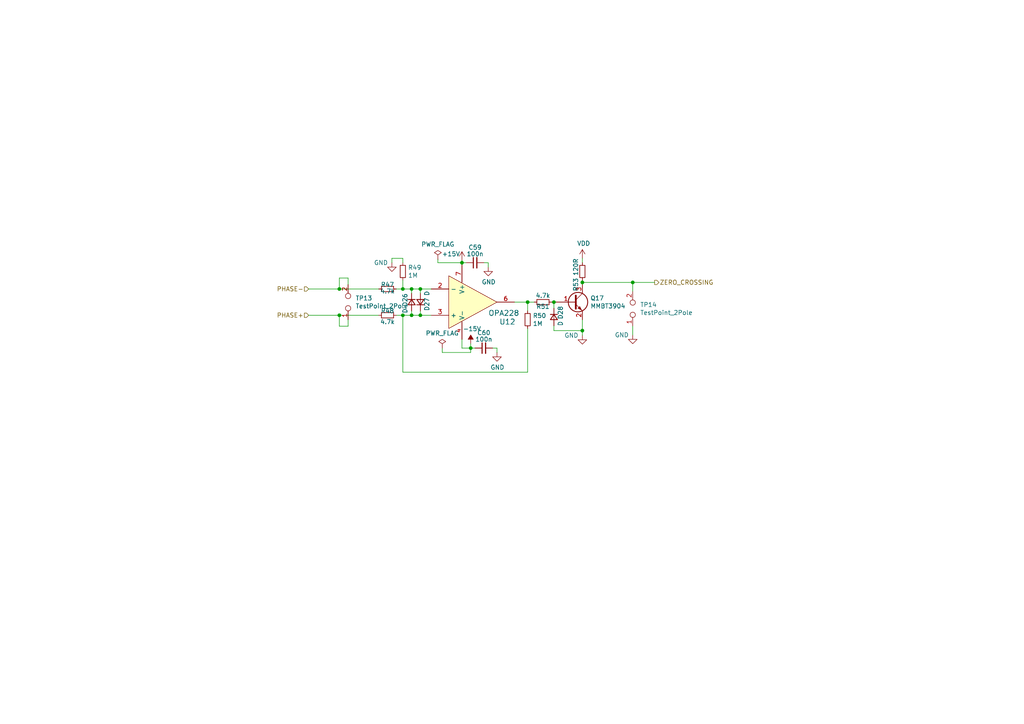
<source format=kicad_sch>
(kicad_sch (version 20200618) (host eeschema "5.99.0-unknown-f3f1740~101~ubuntu18.04.1")
  (page 1 8)
  (paper "A4")
  (lib_symbols
    (symbol "Connector:TestPoint_2Pole" (pin_names (offset 0.762) hide)
      (property "Reference" "TP" (at 0 1.524 0))
      (property "Value" "TestPoint_2Pole" (at 0 -1.778 0))
      (symbol "TestPoint_2Pole_0_1"
        (circle (center -1.778 0) (radius 0.762))
        (circle (center 1.778 0) (radius 0.762))
        (pin passive line (at -5.08 0 0) (length 2.54) (name "1") (number "1"))
        (pin passive line (at 5.08 0 180) (length 2.54) (name "2") (number "2"))
      )
    )
    (symbol "Connector:TestPoint_2Pole_1" (pin_names (offset 0.762) hide)
      (property "Reference" "TP" (at 0 1.524 0))
      (property "Value" "TestPoint_2Pole" (at 0 -1.778 0))
      (symbol "TestPoint_2Pole_1_0_1"
        (circle (center -1.778 0) (radius 0.762))
        (circle (center 1.778 0) (radius 0.762))
        (pin passive line (at -5.08 0 0) (length 2.54) (name "1") (number "1"))
        (pin passive line (at 5.08 0 180) (length 2.54) (name "2") (number "2"))
      )
    )
    (symbol "Device:C_Small" (pin_numbers hide) (pin_names (offset 0.254) hide)
      (property "Reference" "C" (at 0.254 1.778 0))
      (property "Value" "C_Small" (at 0.254 -2.032 0))
      (symbol "C_Small_0_1"
        (polyline (pts (xy -1.524 -0.508) (xy 1.524 -0.508)) (stroke (width 0.3302)))
        (polyline (pts (xy -1.524 0.508) (xy 1.524 0.508)) (stroke (width 0.3048)))
      )
      (symbol "C_Small_1_1"
        (pin passive line (at 0 2.54 270) (length 2.032) (name "~") (number "1"))
        (pin passive line (at 0 -2.54 90) (length 2.032) (name "~") (number "2"))
      )
    )
    (symbol "Device:D_Small" (pin_numbers hide) (pin_names (offset 0.254) hide)
      (property "Reference" "D" (at -1.27 2.032 0))
      (property "Value" "D_Small" (at -3.81 -2.032 0))
      (symbol "D_Small_0_1"
        (polyline (pts (xy -0.762 -1.016) (xy -0.762 1.016)) (stroke (width 0.254)))
        (polyline (pts (xy -0.762 0) (xy 0.762 0)))
        (polyline (pts (xy 0.762 -1.016) (xy -0.762 0) (xy 0.762 1.016) (xy 0.762 -1.016)) (stroke (width 0.254)))
      )
      (symbol "D_Small_1_1"
        (pin passive line (at -2.54 0 0) (length 1.778) (name "K") (number "1"))
        (pin passive line (at 2.54 0 180) (length 1.778) (name "A") (number "2"))
      )
    )
    (symbol "Device:D_Small_1" (pin_numbers hide) (pin_names (offset 0.254) hide)
      (property "Reference" "D" (at -1.27 2.032 0))
      (property "Value" "D_Small" (at -3.81 -2.032 0))
      (symbol "D_Small_1_0_1"
        (polyline (pts (xy -0.762 -1.016) (xy -0.762 1.016)) (stroke (width 0.254)))
        (polyline (pts (xy -0.762 0) (xy 0.762 0)))
        (polyline (pts (xy 0.762 -1.016) (xy -0.762 0) (xy 0.762 1.016) (xy 0.762 -1.016)) (stroke (width 0.254)))
      )
      (symbol "D_Small_1_1_1"
        (pin passive line (at -2.54 0 0) (length 1.778) (name "K") (number "1"))
        (pin passive line (at 2.54 0 180) (length 1.778) (name "A") (number "2"))
      )
    )
    (symbol "Device:D_Small_3" (pin_numbers hide) (pin_names (offset 0.254) hide)
      (property "Reference" "D" (at -1.27 2.032 0))
      (property "Value" "D_Small" (at -3.81 -2.032 0))
      (symbol "D_Small_3_0_1"
        (polyline (pts (xy -0.762 -1.016) (xy -0.762 1.016)) (stroke (width 0.254)))
        (polyline (pts (xy -0.762 0) (xy 0.762 0)))
        (polyline (pts (xy 0.762 -1.016) (xy -0.762 0) (xy 0.762 1.016) (xy 0.762 -1.016)) (stroke (width 0.254)))
      )
      (symbol "D_Small_3_1_1"
        (pin passive line (at -2.54 0 0) (length 1.778) (name "K") (number "1"))
        (pin passive line (at 2.54 0 180) (length 1.778) (name "A") (number "2"))
      )
    )
    (symbol "Device:R_Small" (pin_numbers hide) (pin_names (offset 0.254) hide)
      (property "Reference" "R" (at 0.762 0.508 0))
      (property "Value" "R_Small" (at 0.762 -1.016 0))
      (symbol "R_Small_0_1"
        (rectangle (start -0.762 1.778) (end 0.762 -1.778) (stroke (width 0.2032)))
      )
      (symbol "R_Small_1_1"
        (pin passive line (at 0 2.54 270) (length 0.762) (name "~") (number "1"))
        (pin passive line (at 0 -2.54 90) (length 0.762) (name "~") (number "2"))
      )
    )
    (symbol "Device:R_Small_1" (pin_numbers hide) (pin_names (offset 0.254) hide)
      (property "Reference" "R" (at 0.762 0.508 0))
      (property "Value" "R_Small" (at 0.762 -1.016 0))
      (symbol "R_Small_1_0_1"
        (rectangle (start -0.762 1.778) (end 0.762 -1.778) (stroke (width 0.2032)))
      )
      (symbol "R_Small_1_1_1"
        (pin passive line (at 0 2.54 270) (length 0.762) (name "~") (number "1"))
        (pin passive line (at 0 -2.54 90) (length 0.762) (name "~") (number "2"))
      )
    )
    (symbol "Device:R_Small_2" (pin_numbers hide) (pin_names (offset 0.254) hide)
      (property "Reference" "R" (at 0.762 0.508 0))
      (property "Value" "R_Small" (at 0.762 -1.016 0))
      (symbol "R_Small_2_0_1"
        (rectangle (start -0.762 1.778) (end 0.762 -1.778) (stroke (width 0.2032)))
      )
      (symbol "R_Small_2_1_1"
        (pin passive line (at 0 2.54 270) (length 0.762) (name "~") (number "1"))
        (pin passive line (at 0 -2.54 90) (length 0.762) (name "~") (number "2"))
      )
    )
    (symbol "Device:R_Small_3" (pin_numbers hide) (pin_names (offset 0.254) hide)
      (property "Reference" "R" (at 0.762 0.508 0))
      (property "Value" "R_Small" (at 0.762 -1.016 0))
      (symbol "R_Small_3_0_1"
        (rectangle (start -0.762 1.778) (end 0.762 -1.778) (stroke (width 0.2032)))
      )
      (symbol "R_Small_3_1_1"
        (pin passive line (at 0 2.54 270) (length 0.762) (name "~") (number "1"))
        (pin passive line (at 0 -2.54 90) (length 0.762) (name "~") (number "2"))
      )
    )
    (symbol "Transistor_BJT:MMBT3904" (pin_names (offset 0) hide)
      (property "Reference" "Q" (at 5.08 1.905 0))
      (property "Value" "MMBT3904" (at 5.08 0 0))
      (symbol "MMBT3904_0_1"
        (circle (center 1.27 0) (radius 2.8194) (stroke (width 0.254)))
        (polyline (pts (xy 0.635 0.635) (xy 2.54 2.54)))
        (polyline (pts (xy 0.635 -0.635) (xy 2.54 -2.54) (xy 2.54 -2.54)))
        (polyline (pts (xy 0.635 1.905) (xy 0.635 -1.905) (xy 0.635 -1.905)) (stroke (width 0.508)))
        (polyline (pts (xy 1.27 -1.778) (xy 1.778 -1.27) (xy 2.286 -2.286) (xy 1.27 -1.778) (xy 1.27 -1.778)) (fill (type outline)))
      )
      (symbol "MMBT3904_1_1"
        (pin input line (at -5.08 0 0) (length 5.715) (name "B") (number "1"))
        (pin passive line (at 2.54 -5.08 90) (length 2.54) (name "E") (number "2"))
        (pin passive line (at 2.54 5.08 270) (length 2.54) (name "C") (number "3"))
      )
    )
    (symbol "oe_opamp:OPA228"
      (property "Reference" "U" (at 7.62 4.445 0))
      (property "Value" "OPA228" (at 7.62 6.985 0))
      (symbol "OPA228_0_1"
        (polyline (pts (xy -5.715 7.62) (xy -5.715 -7.62) (xy 8.255 0) (xy -5.715 7.62)) (fill (type background)))
      )
      (symbol "OPA228_1_1"
        (pin input line (at -10.795 3.81 0) (length 5.08) (name "-") (number "2"))
        (pin input line (at -10.795 -3.81 0) (length 5.08) (name "+") (number "3"))
        (pin power_in line (at -1.905 -10.795 90) (length 5.08) (name "V-") (number "4"))
        (pin output line (at 13.335 0 180) (length 5.08) (name "~") (number "6"))
        (pin power_in line (at -1.905 10.795 270) (length 5.08) (name "V+") (number "7"))
      )
    )
    (symbol "power:+15V" (power) (pin_names (offset 0))
      (property "Value" "+15V" (at 0 3.556 0))
      (symbol "+15V_0_1"
        (polyline (pts (xy -0.762 1.27) (xy 0 2.54)))
        (polyline (pts (xy 0 0) (xy 0 2.54)))
        (polyline (pts (xy 0 2.54) (xy 0.762 1.27)))
      )
      (symbol "+15V_1_1"
        (pin power_in line (at 0 0 90) (length 0) hide (name "+15V") (number "1"))
      )
    )
    (symbol "power:-15V" (power) (pin_names (offset 0))
      (property "Value" "-15V" (at 0 3.81 0))
      (symbol "-15V_0_1"
        (polyline (pts (xy 0 0) (xy 0 1.27) (xy 0.762 1.27) (xy 0 2.54) (xy -0.762 1.27) (xy 0 1.27)) (fill (type outline)))
      )
      (symbol "-15V_0_0"
        (pin power_in line (at 0 0 90) (length 0) hide (name "-15V") (number "1"))
      )
    )
    (symbol "power:GND" (power) (pin_names (offset 0))
      (property "Value" "GND" (at 0 -3.81 0))
      (symbol "GND_0_1"
        (polyline (pts (xy 0 0) (xy 0 -1.27) (xy 1.27 -1.27) (xy 0 -2.54) (xy -1.27 -1.27) (xy 0 -1.27)))
      )
      (symbol "GND_1_1"
        (pin power_in line (at 0 0 270) (length 0) hide (name "GND") (number "1"))
      )
    )
    (symbol "power:PWR_FLAG" (power) (pin_numbers hide) (pin_names (offset 0) hide)
      (property "Value" "PWR_FLAG" (at 0 3.81 0))
      (symbol "PWR_FLAG_0_1"
        (polyline (pts (xy 0 0) (xy 0 1.27) (xy -1.016 1.905) (xy 0 2.54) (xy 1.016 1.905) (xy 0 1.27)))
      )
      (symbol "PWR_FLAG_0_0"
        (pin power_out line (at 0 0 90) (length 0) (name "pwr") (number "1"))
      )
    )
    (symbol "power:VDD" (power) (pin_names (offset 0))
      (property "Value" "VDD" (at 0 3.81 0))
      (symbol "VDD_0_1"
        (polyline (pts (xy -0.762 1.27) (xy 0 2.54)))
        (polyline (pts (xy 0 0) (xy 0 2.54)))
        (polyline (pts (xy 0 2.54) (xy 0.762 1.27)))
      )
      (symbol "VDD_1_1"
        (pin power_in line (at 0 0 90) (length 0) hide (name "VDD") (number "1"))
      )
    )
  )
  (junction (at 98.425 83.82))
  (junction (at 98.425 91.44))
  (junction (at 116.84 83.82))
  (junction (at 116.84 91.44))
  (junction (at 119.38 83.82))
  (junction (at 119.38 91.44))
  (junction (at 121.92 83.82))
  (junction (at 121.92 91.44))
  (junction (at 133.985 76.2))
  (junction (at 136.525 100.965))
  (junction (at 153.035 87.63))
  (junction (at 160.655 87.63))
  (junction (at 168.91 81.915))
  (junction (at 168.91 95.885))
  (junction (at 183.515 81.915))
  (wire (pts (xy 89.535 83.82) (xy 98.425 83.82)))
  (wire (pts (xy 89.535 91.44) (xy 98.425 91.44)))
  (wire (pts (xy 98.425 80.645) (xy 98.425 83.82)))
  (wire (pts (xy 98.425 83.82) (xy 109.855 83.82)))
  (wire (pts (xy 98.425 91.44) (xy 109.855 91.44)))
  (wire (pts (xy 98.425 94.615) (xy 98.425 91.44)))
  (wire (pts (xy 100.965 80.645) (xy 98.425 80.645)))
  (wire (pts (xy 100.965 82.55) (xy 100.965 80.645)))
  (wire (pts (xy 100.965 92.71) (xy 100.965 94.615)))
  (wire (pts (xy 100.965 94.615) (xy 98.425 94.615)))
  (wire (pts (xy 113.665 74.93) (xy 116.84 74.93)))
  (wire (pts (xy 113.665 76.2) (xy 113.665 74.93)))
  (wire (pts (xy 114.935 83.82) (xy 116.84 83.82)))
  (wire (pts (xy 114.935 91.44) (xy 116.84 91.44)))
  (wire (pts (xy 116.84 74.93) (xy 116.84 76.2)))
  (wire (pts (xy 116.84 81.28) (xy 116.84 83.82)))
  (wire (pts (xy 116.84 83.82) (xy 119.38 83.82)))
  (wire (pts (xy 116.84 91.44) (xy 116.84 107.95)))
  (wire (pts (xy 116.84 91.44) (xy 119.38 91.44)))
  (wire (pts (xy 116.84 107.95) (xy 153.035 107.95)))
  (wire (pts (xy 119.38 83.82) (xy 119.38 85.09)))
  (wire (pts (xy 119.38 83.82) (xy 121.92 83.82)))
  (wire (pts (xy 119.38 90.17) (xy 119.38 91.44)))
  (wire (pts (xy 119.38 91.44) (xy 121.92 91.44)))
  (wire (pts (xy 121.92 83.82) (xy 121.92 85.09)))
  (wire (pts (xy 121.92 83.82) (xy 125.095 83.82)))
  (wire (pts (xy 121.92 90.17) (xy 121.92 91.44)))
  (wire (pts (xy 121.92 91.44) (xy 125.095 91.44)))
  (wire (pts (xy 127 75.184) (xy 127 76.2)))
  (wire (pts (xy 127 76.2) (xy 133.985 76.2)))
  (wire (pts (xy 128.27 100.965) (xy 128.27 102.235)))
  (wire (pts (xy 128.27 102.235) (xy 136.525 102.235)))
  (wire (pts (xy 133.985 75.565) (xy 133.985 76.2)))
  (wire (pts (xy 133.985 76.2) (xy 133.985 76.835)))
  (wire (pts (xy 133.985 76.2) (xy 135.255 76.2)))
  (wire (pts (xy 133.985 98.425) (xy 133.985 100.965)))
  (wire (pts (xy 133.985 100.965) (xy 136.525 100.965)))
  (wire (pts (xy 136.525 100.965) (xy 136.525 99.695)))
  (wire (pts (xy 136.525 100.965) (xy 137.795 100.965)))
  (wire (pts (xy 136.525 102.235) (xy 136.525 100.965)))
  (wire (pts (xy 140.335 76.2) (xy 141.605 76.2)))
  (wire (pts (xy 141.605 76.2) (xy 141.605 77.47)))
  (wire (pts (xy 142.875 100.965) (xy 144.145 100.965)))
  (wire (pts (xy 144.145 100.965) (xy 144.145 102.235)))
  (wire (pts (xy 149.225 87.63) (xy 153.035 87.63)))
  (wire (pts (xy 153.035 87.63) (xy 154.94 87.63)))
  (wire (pts (xy 153.035 90.17) (xy 153.035 87.63)))
  (wire (pts (xy 153.035 107.95) (xy 153.035 95.25)))
  (wire (pts (xy 160.02 87.63) (xy 160.655 87.63)))
  (wire (pts (xy 160.655 87.63) (xy 160.655 89.408)))
  (wire (pts (xy 160.655 87.63) (xy 161.29 87.63)))
  (wire (pts (xy 160.655 94.488) (xy 160.655 95.885)))
  (wire (pts (xy 160.655 95.885) (xy 168.91 95.885)))
  (wire (pts (xy 168.91 74.93) (xy 168.91 76.2)))
  (wire (pts (xy 168.91 81.28) (xy 168.91 81.915)))
  (wire (pts (xy 168.91 81.915) (xy 168.91 82.55)))
  (wire (pts (xy 168.91 81.915) (xy 183.515 81.915)))
  (wire (pts (xy 168.91 92.71) (xy 168.91 95.885)))
  (wire (pts (xy 168.91 95.885) (xy 168.91 97.282)))
  (wire (pts (xy 183.515 81.915) (xy 183.515 84.455)))
  (wire (pts (xy 183.515 81.915) (xy 189.865 81.915)))
  (wire (pts (xy 183.515 94.615) (xy 183.515 97.155)))
  (hierarchical_label "PHASE-" (shape input) (at 89.535 83.82 180))
  (hierarchical_label "PHASE+" (shape input) (at 89.535 91.44 180))
  (hierarchical_label "ZERO_CROSSING" (shape output) (at 189.865 81.915 0))
  (symbol (lib_id "power:PWR_FLAG") (at 127 75.184 0) (unit 1)
    (property "Reference" "#FLG0123" (effects hide))
    (property "Value" "PWR_FLAG" (at 127 70.8596 0))
  )
  (symbol (lib_id "power:PWR_FLAG") (at 128.27 100.965 0) (unit 1)
    (property "Reference" "#FLG0122" (effects hide))
    (property "Value" "PWR_FLAG" (at 128.27 96.647 0))
  )
  (symbol (lib_id "power:+15V") (at 133.985 75.565 0) (unit 1)
    (property "Reference" "#PWR059" (effects hide))
    (property "Value" "+15V" (at 130.81 73.66 0))
  )
  (symbol (lib_id "power:-15V") (at 136.525 99.695 0) (unit 1)
    (property "Reference" "#PWR060" (effects hide))
    (property "Value" "-15V" (at 136.906 95.377 0))
  )
  (symbol (lib_id "power:VDD") (at 168.91 74.93 0) (unit 1)
    (property "Reference" "#PWR075" (effects hide))
    (property "Value" "VDD" (at 169.2783 70.6056 0))
  )
  (symbol (lib_id "power:GND") (at 113.665 76.2 0) (unit 1)
    (property "Reference" "#PWR058" (effects hide))
    (property "Value" "GND" (at 110.49 76.2 0))
  )
  (symbol (lib_id "power:GND") (at 141.605 77.47 0) (unit 1)
    (property "Reference" "#PWR061" (effects hide))
    (property "Value" "GND" (at 141.732 81.788 0))
  )
  (symbol (lib_id "power:GND") (at 144.145 102.235 0) (unit 1)
    (property "Reference" "#PWR062" (effects hide))
    (property "Value" "GND" (at 144.272 106.553 0))
  )
  (symbol (lib_id "power:GND") (at 168.91 97.282 0) (unit 1)
    (property "Reference" "#PWR065" (effects hide))
    (property "Value" "GND" (at 165.735 97.282 0))
  )
  (symbol (lib_id "power:GND") (at 183.515 97.155 0) (unit 1)
    (property "Reference" "#PWR0133" (effects hide))
    (property "Value" "GND" (at 180.34 97.155 0))
  )
  (symbol (lib_id "Device:R_Small") (at 112.395 83.82 90) (unit 1)
    (property "Reference" "R47" (at 112.395 82.55 90))
    (property "Value" "4.7k" (at 112.395 84.455 90))
    (property "Footprint" "Resistor_SMD:R_0805_2012Metric" (effects hide))
    (property "Link" "https://ozdisan.com/passive-components/resistors/smt-smd-and-chip-resistors/0805S8F4701T5E" (effects hide))
    (property "Price" "0.01955TL" (effects hide))
  )
  (symbol (lib_id "Device:R_Small") (at 112.395 91.44 90) (unit 1)
    (property "Reference" "R48" (at 112.395 90.17 90))
    (property "Value" "4.7k" (at 112.395 93.345 90))
    (property "Footprint" "Resistor_SMD:R_0805_2012Metric" (effects hide))
    (property "Link" "https://ozdisan.com/passive-components/resistors/smt-smd-and-chip-resistors/0805S8F4701T5E" (effects hide))
    (property "Price" "0.01955TL" (effects hide))
  )
  (symbol (lib_name "Device:R_Small_2") (lib_id "Device:R_Small") (at 116.84 78.74 180) (unit 1)
    (property "Reference" "R49" (at 118.3386 77.597 0) (effects (justify right)))
    (property "Value" "1M" (at 118.3386 79.883 0) (effects (justify right)))
    (property "Footprint" "Resistor_SMD:R_0805_2012Metric" (effects hide))
    (property "Link" "https://ozdisan.com/passive-components/resistors/smt-smd-and-chip-resistors/0805S8F1004T5E" (effects hide))
  )
  (symbol (lib_name "Device:R_Small_3") (lib_id "Device:R_Small") (at 153.035 92.71 180) (unit 1)
    (property "Reference" "R50" (at 154.5336 91.567 0) (effects (justify right)))
    (property "Value" "1M" (at 154.5336 93.853 0) (effects (justify right)))
    (property "Footprint" "Resistor_SMD:R_0805_2012Metric" (effects hide))
    (property "Link" "https://ozdisan.com/passive-components/resistors/smt-smd-and-chip-resistors/0805S8F1004T5E" (effects hide))
  )
  (symbol (lib_id "Device:R_Small") (at 157.48 87.63 270) (unit 1)
    (property "Reference" "R51" (at 157.48 88.9 90))
    (property "Value" "4.7k" (at 157.48 85.725 90))
    (property "Footprint" "Resistor_SMD:R_0805_2012Metric" (effects hide))
    (property "Link" "https://ozdisan.com/passive-components/resistors/smt-smd-and-chip-resistors/0805S8F4701T5E" (effects hide))
    (property "Price" "0.01955TL" (effects hide))
  )
  (symbol (lib_name "Device:R_Small_1") (lib_id "Device:R_Small") (at 168.91 78.74 0) (mirror x) (unit 1)
    (property "Reference" "R53" (at 167.005 82.55 90))
    (property "Value" "120R" (at 167.005 77.47 90))
    (property "Footprint" "Resistor_SMD:R_0805_2012Metric" (effects hide))
    (property "Link" "https://ozdisan.com/passive-components/resistors/smt-smd-and-chip-resistors/0805S8J0121T5E" (effects hide))
    (property "Price" "0.01492TL" (effects hide))
  )
  (symbol (lib_id "Device:D_Small") (at 119.38 87.63 90) (mirror x) (unit 1)
    (property "Reference" "D26" (at 117.475 86.995 0))
    (property "Value" "D" (at 117.475 90.17 0))
    (property "Footprint" "Diode_SMD:D_MiniMELF" (effects hide))
    (property "Link" "https://ozdisan.com/power-semiconductors/diodes-diode-modules-and-rectifiers/general-purpose-diodes/LL4148-HT" (effects hide))
    (property "Price" "0.06634TL" (effects hide))
  )
  (symbol (lib_name "Device:D_Small_3") (lib_id "Device:D_Small") (at 121.92 87.63 270) (mirror x) (unit 1)
    (property "Reference" "D27" (at 123.825 88.265 0))
    (property "Value" "D" (at 123.825 85.09 0))
    (property "Footprint" "Diode_SMD:D_MiniMELF" (effects hide))
    (property "Link" "https://ozdisan.com/power-semiconductors/diodes-diode-modules-and-rectifiers/general-purpose-diodes/LL4148-HT" (effects hide))
    (property "Price" "0.06634TL" (effects hide))
  )
  (symbol (lib_name "Device:D_Small_1") (lib_id "Device:D_Small") (at 160.655 91.948 90) (mirror x) (unit 1)
    (property "Reference" "D28" (at 162.56 90.678 0))
    (property "Value" "D" (at 162.56 93.853 0))
    (property "Footprint" "Diode_SMD:D_MiniMELF" (effects hide))
    (property "Link" "https://ozdisan.com/power-semiconductors/diodes-diode-modules-and-rectifiers/general-purpose-diodes/LL4148-HT" (effects hide))
    (property "Price" "0.06634TL" (effects hide))
  )
  (symbol (lib_id "Device:C_Small") (at 137.795 76.2 90) (unit 1)
    (property "Reference" "C59" (at 137.795 71.755 90))
    (property "Value" "100n" (at 137.795 73.66 90))
    (property "Footprint" "Capacitor_SMD:C_0805_2012Metric" (effects hide))
    (property "Link" "https://ozdisan.com/passive-components/capacitors/smt-smd-and-mlcc-capacitors/CL21B104KBFWPNE" (effects hide))
    (property "Price" "0.10509TL" (effects hide))
  )
  (symbol (lib_id "Device:C_Small") (at 140.335 100.965 90) (unit 1)
    (property "Reference" "C60" (at 140.335 96.52 90))
    (property "Value" "100n" (at 140.335 98.425 90))
    (property "Footprint" "Capacitor_SMD:C_0805_2012Metric" (effects hide))
    (property "Link" "https://ozdisan.com/passive-components/capacitors/smt-smd-and-mlcc-capacitors/CL21B104KBFWPNE" (effects hide))
    (property "Price" "0.10509TL" (effects hide))
  )
  (symbol (lib_id "Connector:TestPoint_2Pole") (at 100.965 87.63 90) (unit 1)
    (property "Reference" "TP13" (at 103.0986 86.487 90) (effects (justify right)))
    (property "Value" "TestPoint_2Pole" (at 103.0986 88.773 90) (effects (justify right)))
    (property "Footprint" "Connector_PinHeader_2.54mm:PinHeader_1x02_P2.54mm_Vertical" (effects hide))
    (property "Link" "https://ozdisan.com/connectors-and-interconnects/headers/pin-headers/DS1021-1X2SF11-B" (effects hide))
    (property "Price" "0.08882TL" (effects hide))
  )
  (symbol (lib_name "Connector:TestPoint_2Pole_1") (lib_id "Connector:TestPoint_2Pole") (at 183.515 89.535 90) (unit 1)
    (property "Reference" "TP14" (at 185.6487 88.3856 90) (effects (justify right)))
    (property "Value" "TestPoint_2Pole" (at 185.6487 90.6843 90) (effects (justify right)))
    (property "Footprint" "Connector_PinHeader_2.54mm:PinHeader_1x02_P2.54mm_Vertical" (effects hide))
    (property "Link" "https://ozdisan.com/connectors-and-interconnects/headers/pin-headers/DS1021-1X2SF11-B" (effects hide))
    (property "Price" "0.08882TL" (effects hide))
  )
  (symbol (lib_id "Transistor_BJT:MMBT3904") (at 166.37 87.63 0) (unit 1)
    (property "Reference" "Q17" (at 171.2214 86.487 0) (effects (justify left)))
    (property "Value" "MMBT3904" (at 171.2214 88.773 0) (effects (justify left)))
    (property "Footprint" "Package_TO_SOT_SMD:SOT-23" (effects hide))
    (property "Datasheet" "https://www.fairchildsemi.com/datasheets/2N/2N3904.pdf" (effects hide))
    (property "Link" "https://ozdisan.com/Product/Detail/451907/MMBT3904LT1G" (effects hide))
    (property "Price" "0.13033TL" (effects hide))
  )
  (symbol (lib_id "oe_opamp:OPA228") (at 135.89 87.63 0) (unit 1)
    (property "Reference" "U12" (at 144.78 93.345 0) (effects (font (size 1.524 1.524)) (justify left)))
    (property "Value" "OPA228" (at 141.605 90.805 0) (effects (font (size 1.524 1.524)) (justify left)))
    (property "Footprint" "Package_SO:SOIC-8_3.9x4.9mm_P1.27mm" (effects hide))
    (property "Link" "https://ozdisan.com/Product/Detail/470582/OPA228UA" (effects hide))
    (property "Price" "13.83TL" (effects hide))
  )
)
</source>
